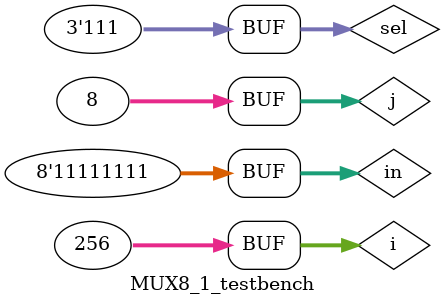
<source format=sv>
`timescale 1ns/10ps


module MUX8_1 (in, sel, out);   
	output logic  out;   
	input  logic [7:0] in;  
	input logic [2:0] sel;	
        logic  [1:0] o_i;//intermediate outputs of the 2 mux4_1, before output of final mux
	genvar i; 
	generate     
		for(i=0; i<2; i++) begin : each_mux16_1       
			MUX4_1 mux4_1 (.a(in[(4*i) +3 : 4*i]), .sel(sel[1:0]), .out(o_i[i]));     
		end   
	endgenerate 
	
	MUX2_1 lastmux (.a(o_i[0]), .b (o_i[1]), .sel(sel[2]), .out(out));
	
endmodule 


module MUX8_1_testbench();
 logic [7:0] in;
 logic [2:0] sel;
 logic out;
 
 MUX8_1 dut (.in, .sel, .out);
 
 integer i, j;
 initial 
 begin
 
	for (j = 0; j < 8; j = j + 1) begin
		sel = j; 
		for (i = 0; i < 256; i = i + 1) begin 
			in = i; #10;
		end
	end
	
 end
 
endmodule 
</source>
